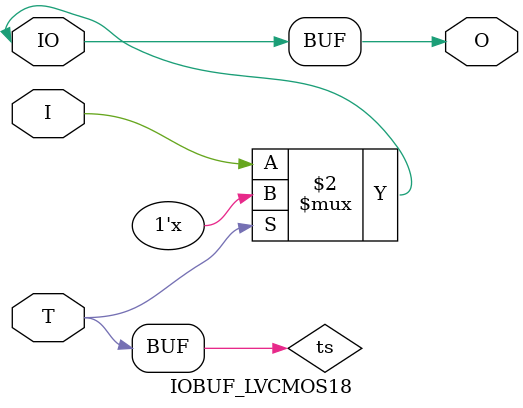
<source format=v>

/*

FUNCTION	: INPUT TRI-STATE OUTPUT BUFFER

*/

`celldefine
`timescale  100 ps / 10 ps

module IOBUF_LVCMOS18 (O, IO, I, T);

    output O;

    inout  IO;

    input  I, T;

    or O1 (ts, 1'b0, T);
    bufif0 T1 (IO, I, ts);

    buf B1 (O, IO);

endmodule

</source>
